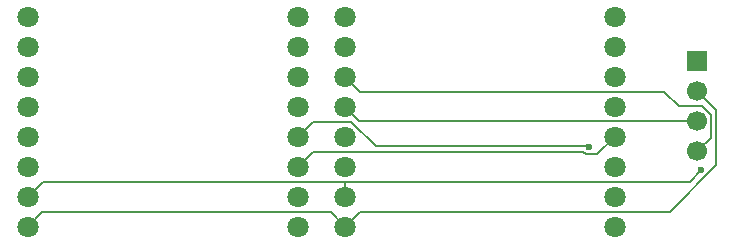
<source format=gbr>
%TF.GenerationSoftware,KiCad,Pcbnew,9.0.2*%
%TF.CreationDate,2025-06-27T22:36:12+12:00*%
%TF.ProjectId,cardReader,63617264-5265-4616-9465-722e6b696361,rev?*%
%TF.SameCoordinates,Original*%
%TF.FileFunction,Copper,L1,Top*%
%TF.FilePolarity,Positive*%
%FSLAX46Y46*%
G04 Gerber Fmt 4.6, Leading zero omitted, Abs format (unit mm)*
G04 Created by KiCad (PCBNEW 9.0.2) date 2025-06-27 22:36:12*
%MOMM*%
%LPD*%
G01*
G04 APERTURE LIST*
%TA.AperFunction,ComponentPad*%
%ADD10R,1.700000X1.700000*%
%TD*%
%TA.AperFunction,ComponentPad*%
%ADD11C,1.700000*%
%TD*%
%TA.AperFunction,ComponentPad*%
%ADD12C,1.800000*%
%TD*%
%TA.AperFunction,ViaPad*%
%ADD13C,0.600000*%
%TD*%
%TA.AperFunction,Conductor*%
%ADD14C,0.200000*%
%TD*%
G04 APERTURE END LIST*
D10*
%TO.P,PN532,1,Pin_1*%
%TO.N,Net-(J1-Pin_1)*%
X125000000Y-59500000D03*
D11*
%TO.P,PN532,2,Pin_2*%
%TO.N,Net-(J1-Pin_2)*%
X125000000Y-62040000D03*
%TO.P,PN532,3,Pin_3*%
%TO.N,Net-(J1-Pin_3)*%
X125000000Y-64580000D03*
%TO.P,PN532,4,Pin_4*%
%TO.N,Net-(J1-Pin_4)*%
X125000000Y-67120000D03*
%TD*%
D12*
%TO.P,U2,1,5V*%
%TO.N,Net-(J1-Pin_2)*%
X95140000Y-73500000D03*
%TO.P,U2,2,GND*%
%TO.N,Net-(J1-Pin_1)*%
X95140000Y-70960000D03*
%TO.P,U2,3,D4*%
%TO.N,unconnected-(U2-D4-Pad3)*%
X95140000Y-68420000D03*
%TO.P,U2,4,D3*%
%TO.N,unconnected-(U2-D3-Pad4)*%
X95140000Y-65880000D03*
%TO.P,U2,5,D2*%
%TO.N,Net-(J1-Pin_3)*%
X95140000Y-63340000D03*
%TO.P,U2,6,D1*%
%TO.N,Net-(J1-Pin_4)*%
X95140000Y-60800000D03*
%TO.P,U2,7,Rx*%
%TO.N,unconnected-(U2-Rx-Pad7)*%
X95140000Y-58260000D03*
%TO.P,U2,8,Tx*%
%TO.N,unconnected-(U2-Tx-Pad8)*%
X95140000Y-55720000D03*
%TO.P,U2,9,Rst*%
%TO.N,unconnected-(U2-Rst-Pad9)*%
X118000000Y-55720000D03*
%TO.P,U2,10,A0*%
%TO.N,unconnected-(U2-A0-Pad10)*%
X118000000Y-58260000D03*
%TO.P,U2,11,D0*%
%TO.N,unconnected-(U2-D0-Pad11)*%
X118000000Y-60800000D03*
%TO.P,U2,12,D5*%
%TO.N,unconnected-(U2-D5-Pad12)*%
X118000000Y-63340000D03*
%TO.P,U2,13,D6*%
%TO.N,Net-(U1-D7)*%
X118000000Y-65880000D03*
%TO.P,U2,14,D7*%
%TO.N,Net-(U1-D6)*%
X118000000Y-68420000D03*
%TO.P,U2,15,D8*%
%TO.N,unconnected-(U2-D8-Pad15)*%
X118000000Y-70960000D03*
%TO.P,U2,16,3.3V*%
%TO.N,unconnected-(U2-3.3V-Pad16)*%
X118000000Y-73500000D03*
%TD*%
%TO.P,U1,1,5V*%
%TO.N,Net-(J1-Pin_2)*%
X68333800Y-73500000D03*
%TO.P,U1,2,GND*%
%TO.N,Net-(J1-Pin_1)*%
X68333800Y-70960000D03*
%TO.P,U1,3,D4*%
%TO.N,unconnected-(U1-D4-Pad3)*%
X68333800Y-68420000D03*
%TO.P,U1,4,D3*%
%TO.N,unconnected-(U1-D3-Pad4)*%
X68333800Y-65880000D03*
%TO.P,U1,5,D2*%
%TO.N,unconnected-(U1-D2-Pad5)*%
X68333800Y-63340000D03*
%TO.P,U1,6,D1*%
%TO.N,unconnected-(U1-D1-Pad6)*%
X68333800Y-60800000D03*
%TO.P,U1,7,Rx*%
%TO.N,unconnected-(U1-Rx-Pad7)*%
X68333800Y-58260000D03*
%TO.P,U1,8,Tx*%
%TO.N,unconnected-(U1-Tx-Pad8)*%
X68333800Y-55720000D03*
%TO.P,U1,9,Rst*%
%TO.N,unconnected-(U1-Rst-Pad9)*%
X91193800Y-55720000D03*
%TO.P,U1,10,A0*%
%TO.N,unconnected-(U1-A0-Pad10)*%
X91193800Y-58260000D03*
%TO.P,U1,11,D0*%
%TO.N,unconnected-(U1-D0-Pad11)*%
X91193800Y-60800000D03*
%TO.P,U1,12,D5*%
%TO.N,unconnected-(U1-D5-Pad12)*%
X91193800Y-63340000D03*
%TO.P,U1,13,D6*%
%TO.N,Net-(U1-D6)*%
X91193800Y-65880000D03*
%TO.P,U1,14,D7*%
%TO.N,Net-(U1-D7)*%
X91193800Y-68420000D03*
%TO.P,U1,15,D8*%
%TO.N,unconnected-(U1-D8-Pad15)*%
X91193800Y-70960000D03*
%TO.P,U1,16,3.3V*%
%TO.N,unconnected-(U1-3.3V-Pad16)*%
X91193800Y-73500000D03*
%TD*%
D13*
%TO.N,Net-(U1-D6)*%
X115823000Y-66774800D03*
%TO.N,Net-(J1-Pin_1)*%
X125334000Y-68706300D03*
%TD*%
D14*
%TO.N,Net-(U1-D6)*%
X95705700Y-64610000D02*
X92463800Y-64610000D01*
X115728000Y-66679800D02*
X115823000Y-66774800D01*
X115823000Y-66774800D02*
X115728000Y-66679800D01*
X115823000Y-66774800D02*
X115728000Y-66679800D01*
X97775500Y-66679800D02*
X95705700Y-64610000D01*
X92463800Y-64610000D02*
X91193800Y-65880000D01*
X115728000Y-66679800D02*
X97775500Y-66679800D01*
%TO.N,Net-(U1-D7)*%
X115347400Y-67150000D02*
X115573900Y-67376500D01*
X92463800Y-67150000D02*
X115347400Y-67150000D01*
X115573900Y-67376500D02*
X116503500Y-67376500D01*
X116503500Y-67376500D02*
X118000000Y-65880000D01*
X91193800Y-68420000D02*
X92463800Y-67150000D01*
%TO.N,Net-(J1-Pin_1)*%
X69603800Y-69690000D02*
X68333800Y-70960000D01*
X95140000Y-69690000D02*
X69603800Y-69690000D01*
X125334000Y-68706300D02*
X124350300Y-69690000D01*
X124350300Y-69690000D02*
X95140000Y-69690000D01*
X95140000Y-69690000D02*
X95140000Y-70960000D01*
X125334000Y-68706300D02*
X124350300Y-69690000D01*
X124350300Y-69690000D02*
X125334000Y-68706300D01*
%TO.N,Net-(J1-Pin_2)*%
X95140000Y-73500000D02*
X96410000Y-72230000D01*
X126576300Y-63616300D02*
X125000000Y-62040000D01*
X96410000Y-72230000D02*
X122661400Y-72230000D01*
X68333800Y-73500000D02*
X69536300Y-72297500D01*
X93937500Y-72297500D02*
X95140000Y-73500000D01*
X126576300Y-68315100D02*
X126576300Y-63616300D01*
X69536300Y-72297500D02*
X93937500Y-72297500D01*
X122661400Y-72230000D02*
X126576300Y-68315100D01*
%TO.N,Net-(J1-Pin_4)*%
X96410000Y-62070000D02*
X95140000Y-60800000D01*
X125000000Y-67120000D02*
X126156900Y-65963100D01*
X126156900Y-64091200D02*
X125375700Y-63310000D01*
X125375700Y-63310000D02*
X123402300Y-63310000D01*
X126156900Y-65963100D02*
X126156900Y-64091200D01*
X123402300Y-63310000D02*
X122162300Y-62070000D01*
X122162300Y-62070000D02*
X96410000Y-62070000D01*
%TO.N,Net-(J1-Pin_3)*%
X96380000Y-64580000D02*
X95140000Y-63340000D01*
X125000000Y-64580000D02*
X96380000Y-64580000D01*
%TD*%
M02*

</source>
